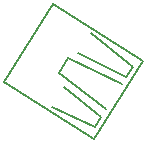
<source format=gbr>
G04 EAGLE Gerber RS-274X export*
G75*
%MOMM*%
%FSLAX34Y34*%
%LPD*%
%INSilkscreen Bottom*%
%IPPOS*%
%AMOC8*
5,1,8,0,0,1.08239X$1,22.5*%
G01*
%ADD10C,0.127000*%


D10*
X332353Y-172345D02*
X373802Y-106270D01*
X297561Y-58444D02*
X256112Y-124519D01*
X332353Y-172345D01*
X373802Y-106270D02*
X297561Y-58444D01*
X296358Y-145044D02*
X332900Y-162064D01*
X338213Y-153593D01*
X306986Y-128101D01*
X329320Y-83088D02*
X364783Y-111237D01*
X359469Y-119708D01*
X318692Y-100031D01*
X302500Y-116434D02*
X342199Y-147239D01*
X302500Y-116434D02*
X310471Y-103727D01*
X355484Y-126061D01*
M02*

</source>
